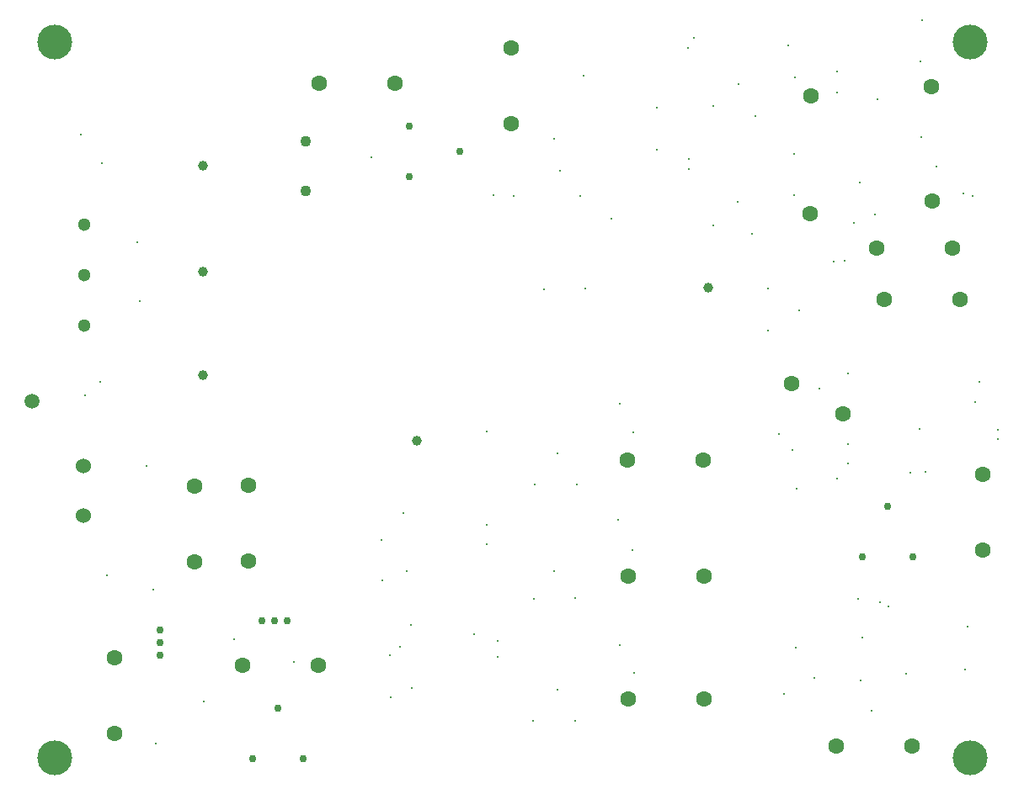
<source format=gbr>
%TF.GenerationSoftware,KiCad,Pcbnew,8.0.2*%
%TF.CreationDate,2024-06-23T14:40:47+03:00*%
%TF.ProjectId,Chaos Circuits,4368616f-7320-4436-9972-63756974732e,1*%
%TF.SameCoordinates,Original*%
%TF.FileFunction,Plated,1,4,PTH,Drill*%
%TF.FilePolarity,Positive*%
%FSLAX46Y46*%
G04 Gerber Fmt 4.6, Leading zero omitted, Abs format (unit mm)*
G04 Created by KiCad (PCBNEW 8.0.2) date 2024-06-23 14:40:47*
%MOMM*%
%LPD*%
G01*
G04 APERTURE LIST*
%TA.AperFunction,ViaDrill*%
%ADD10C,0.330200*%
%TD*%
%TA.AperFunction,ComponentDrill*%
%ADD11C,0.750000*%
%TD*%
%TA.AperFunction,ComponentDrill*%
%ADD12C,0.760000*%
%TD*%
%TA.AperFunction,ComponentDrill*%
%ADD13C,1.000000*%
%TD*%
%TA.AperFunction,ComponentDrill*%
%ADD14C,1.100000*%
%TD*%
%TA.AperFunction,ComponentDrill*%
%ADD15C,1.300000*%
%TD*%
%TA.AperFunction,ComponentDrill*%
%ADD16C,1.500000*%
%TD*%
%TA.AperFunction,ComponentDrill*%
%ADD17C,1.524000*%
%TD*%
%TA.AperFunction,ComponentDrill*%
%ADD18C,1.600000*%
%TD*%
%TA.AperFunction,ComponentDrill*%
%ADD19C,3.500000*%
%TD*%
G04 APERTURE END LIST*
D10*
X32660000Y-37580000D03*
X33120000Y-63860000D03*
X34650000Y-62440000D03*
X34790000Y-40480000D03*
X35340000Y-81960000D03*
X38390000Y-48400000D03*
X38650000Y-54360000D03*
X39320000Y-70960000D03*
X39940000Y-83370000D03*
X40260000Y-98880000D03*
X45020000Y-94660000D03*
X48090000Y-88370000D03*
X54140000Y-90660000D03*
X61920000Y-39820000D03*
X62940000Y-78370000D03*
X62970000Y-82470000D03*
X63780000Y-90020000D03*
X63840000Y-94190000D03*
X64730000Y-89110000D03*
X65130000Y-75650000D03*
X65480000Y-81510000D03*
X65880000Y-86940000D03*
X65990000Y-93260000D03*
X72220000Y-87850000D03*
X73460000Y-78820000D03*
X73480000Y-76830000D03*
X73520000Y-67500000D03*
X74130000Y-43680000D03*
X74560000Y-88550000D03*
X74600000Y-90140000D03*
X76190000Y-43750000D03*
X78110000Y-96590000D03*
X78270000Y-84310000D03*
X78280000Y-72790000D03*
X79220000Y-53120000D03*
X80230000Y-38000000D03*
X80280000Y-81550000D03*
X80580000Y-93420000D03*
X80600000Y-69630000D03*
X80840000Y-41240000D03*
X82390000Y-84230000D03*
X82390000Y-96610000D03*
X82540000Y-72790000D03*
X82930000Y-43730000D03*
X83250000Y-31670000D03*
X83440000Y-53080000D03*
X85990000Y-46000000D03*
X86670000Y-76360000D03*
X86880000Y-64660000D03*
X86910000Y-88940000D03*
X88160000Y-79430000D03*
X88200000Y-67580000D03*
X88270000Y-91720000D03*
X90580000Y-39100000D03*
X90590000Y-34840000D03*
X93700000Y-28820000D03*
X93820000Y-40040000D03*
X93820000Y-41040000D03*
X94330000Y-27800000D03*
X96280000Y-34690000D03*
X96290000Y-46690000D03*
X98760000Y-44340000D03*
X98810000Y-32470000D03*
X100180000Y-47540000D03*
X100470000Y-35690000D03*
X101730000Y-57280000D03*
X101740000Y-53080000D03*
X102900000Y-67690000D03*
X103400000Y-93840000D03*
X103770000Y-28610000D03*
X104230000Y-69330000D03*
X104390000Y-39490000D03*
X104390000Y-43671900D03*
X104450000Y-31826900D03*
X104600000Y-89180000D03*
X104670000Y-73210000D03*
X104930000Y-55260000D03*
X106420000Y-92310000D03*
X106910000Y-63160000D03*
X108350000Y-50320000D03*
X108690000Y-72230000D03*
X108704196Y-31214238D03*
X108710000Y-33330000D03*
X109510000Y-50290000D03*
X109790000Y-61590000D03*
X109790000Y-70660000D03*
X109800000Y-68750000D03*
X110380000Y-46490000D03*
X110800000Y-84270000D03*
X110970000Y-42440000D03*
X111060000Y-92530000D03*
X111220000Y-88230000D03*
X112180000Y-95600000D03*
X112550000Y-45640000D03*
X112800000Y-34020000D03*
X113010000Y-84650000D03*
X113880000Y-85040000D03*
X115690000Y-91870000D03*
X116110000Y-71570000D03*
X117040000Y-67200000D03*
X117110000Y-30180000D03*
X117200000Y-37820000D03*
X117250000Y-26100000D03*
X117640000Y-71530000D03*
X118670000Y-40820000D03*
X121440000Y-43500000D03*
X121550000Y-91420000D03*
X121820000Y-87110000D03*
X122330000Y-43750000D03*
X122565102Y-64520000D03*
X123010000Y-62470000D03*
X124860000Y-68250000D03*
X124880000Y-67320000D03*
D11*
%TO.C,Q1*%
X40635000Y-87440000D03*
X40635000Y-88709999D03*
X40635000Y-89980000D03*
%TO.C,Q2*%
X50872500Y-86515000D03*
X52142501Y-86515000D03*
X53412500Y-86515000D03*
D12*
%TO.C,R25*%
X49932500Y-100360000D03*
X52472500Y-95280000D03*
X55012500Y-100360000D03*
%TO.C,R4*%
X65665000Y-36720000D03*
X65665000Y-41800000D03*
X70745000Y-39260000D03*
%TO.C,R41*%
X111230000Y-80080000D03*
X113770000Y-75000000D03*
X116310000Y-80080000D03*
D13*
%TO.C,TP6*%
X45000000Y-40700000D03*
%TO.C,TP2*%
X45000000Y-51400000D03*
%TO.C,TP5*%
X45000000Y-61800000D03*
%TO.C,TP4*%
X66470000Y-68380000D03*
%TO.C,TP3*%
X95750000Y-52970000D03*
D14*
%TO.C,L1*%
X55270000Y-38235000D03*
X55270000Y-43235000D03*
D15*
%TO.C,J1*%
X33000000Y-46600000D03*
X33000000Y-51679999D03*
X33000000Y-56760000D03*
D16*
%TO.C,TP1*%
X27757000Y-64400000D03*
D17*
%TO.C,J2*%
X32969999Y-70936599D03*
X32969999Y-75936599D03*
D18*
%TO.C,TP12*%
X36072500Y-90229999D03*
X36072500Y-97849999D03*
%TO.C,TP14*%
X44127500Y-72980000D03*
X44127500Y-80600000D03*
%TO.C,TP13*%
X48897500Y-90960000D03*
%TO.C,TP15*%
X49547500Y-72895000D03*
X49547500Y-80515000D03*
%TO.C,TP13*%
X56517500Y-90960000D03*
%TO.C,TP7*%
X56620000Y-32410000D03*
X64240000Y-32410000D03*
%TO.C,TP8*%
X75945000Y-28815000D03*
X75945000Y-36435000D03*
%TO.C,TP10*%
X87660000Y-70300000D03*
%TO.C,TP11*%
X87710000Y-82000000D03*
%TO.C,TP9*%
X87710000Y-94350000D03*
%TO.C,TP10*%
X95280000Y-70300000D03*
%TO.C,TP11*%
X95330000Y-82000000D03*
%TO.C,TP9*%
X95330000Y-94350000D03*
%TO.C,TP25*%
X104150000Y-62650000D03*
%TO.C,TP21*%
X106010000Y-45500000D03*
%TO.C,TP20*%
X106070000Y-33680000D03*
%TO.C,TP19*%
X108600000Y-99110000D03*
%TO.C,TP27*%
X109300000Y-65720000D03*
%TO.C,TP17*%
X112730000Y-49020000D03*
%TO.C,TP16*%
X113440000Y-54150000D03*
%TO.C,TP19*%
X116220000Y-99110000D03*
%TO.C,TP22*%
X118220000Y-32790000D03*
%TO.C,TP23*%
X118250000Y-44290000D03*
%TO.C,TP17*%
X120350000Y-49020000D03*
%TO.C,TP16*%
X121060000Y-54150000D03*
%TO.C,TP18*%
X123380000Y-71760000D03*
X123380000Y-79380000D03*
D19*
%TO.C,H1*%
X30100000Y-28300000D03*
%TO.C,H4*%
X30100000Y-100300000D03*
%TO.C,H2*%
X122100000Y-28300000D03*
%TO.C,H3*%
X122100000Y-100300000D03*
M02*

</source>
